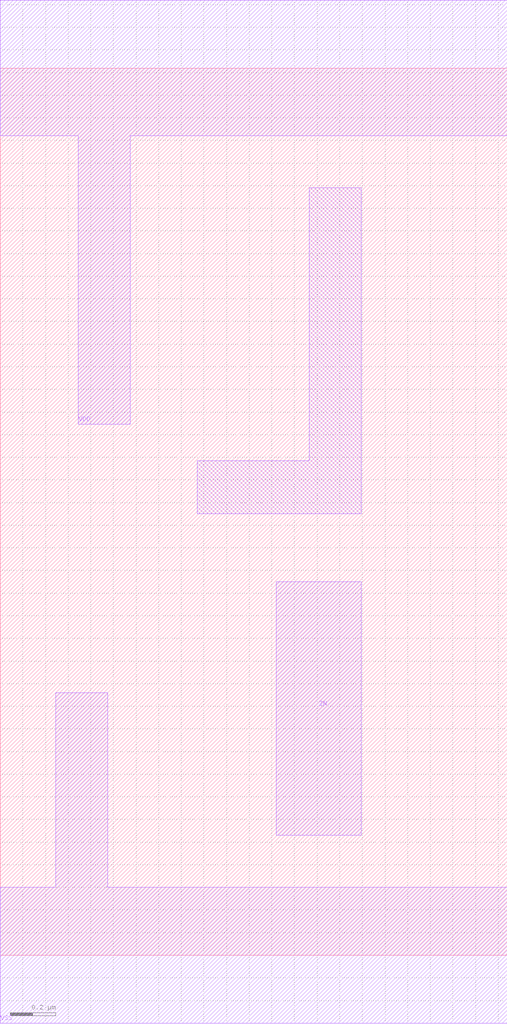
<source format=lef>
# Copyright 2022 GlobalFoundries PDK Authors
#
# Licensed under the Apache License, Version 2.0 (the "License");
# you may not use this file except in compliance with the License.
# You may obtain a copy of the License at
#
#      http://www.apache.org/licenses/LICENSE-2.0
#
# Unless required by applicable law or agreed to in writing, software
# distributed under the License is distributed on an "AS IS" BASIS,
# WITHOUT WARRANTIES OR CONDITIONS OF ANY KIND, either express or implied.
# See the License for the specific language governing permissions and
# limitations under the License.

MACRO gf180mcu_fd_sc_mcu7t5v0__tiel
  CLASS core TIELOW ;
  FOREIGN gf180mcu_fd_sc_mcu7t5v0__tiel 0.0 0.0 ;
  ORIGIN 0 0 ;
  SYMMETRY X Y ;
  SITE GF018hv5v_mcu_sc7 ;
  SIZE 2.24 BY 3.92 ;
  PIN ZN
    DIRECTION OUTPUT ;
    ANTENNADIFFAREA 0.3608 ;
    PORT
      LAYER Metal1 ;
        POLYGON 1.22 0.53 1.595 0.53 1.595 1.65 1.22 1.65  ;
    END
  END ZN
  PIN VDD
    DIRECTION INOUT ;
    USE power ;
    SHAPE ABUTMENT ;
    PORT
      LAYER Metal1 ;
        POLYGON 0 3.62 0.345 3.62 0.345 2.345 0.575 2.345 0.575 3.62 1.595 3.62 2.24 3.62 2.24 4.22 1.595 4.22 0 4.22  ;
    END
  END VDD
  PIN VSS
    DIRECTION INOUT ;
    USE ground ;
    SHAPE ABUTMENT ;
    PORT
      LAYER Metal1 ;
        POLYGON 0 -0.3 2.24 -0.3 2.24 0.3 0.475 0.3 0.475 1.16 0.245 1.16 0.245 0.3 0 0.3  ;
    END
  END VSS
  OBS
      LAYER Metal1 ;
        POLYGON 0.87 1.95 1.595 1.95 1.595 3.39 1.365 3.39 1.365 2.185 0.87 2.185  ;
  END
END gf180mcu_fd_sc_mcu7t5v0__tiel

</source>
